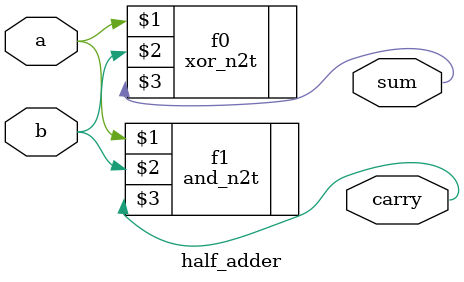
<source format=sv>
`ifndef xor_n2t
  `include "../01/xor_n2t.sv"
`endif
`define half_adder 1

module half_adder(
    input  a,
    input  b,
    output carry,
    output sum
);
  xor_n2t f0 (a, b, sum);
  and_n2t f1 (a, b, carry);
endmodule

</source>
